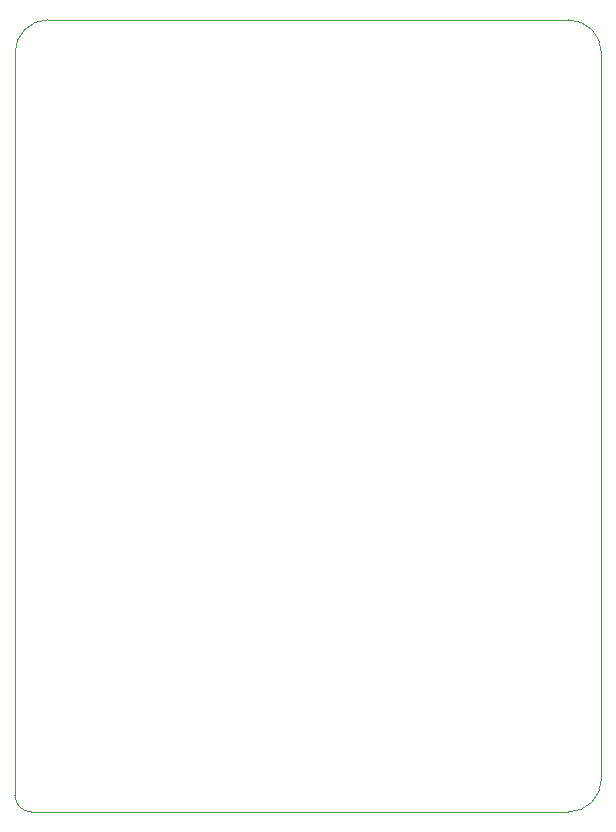
<source format=gbr>
%TF.GenerationSoftware,KiCad,Pcbnew,(5.1.6)-1*%
%TF.CreationDate,2022-07-24T18:58:52+10:00*%
%TF.ProjectId,v0.2a,76302e32-612e-46b6-9963-61645f706362,rev?*%
%TF.SameCoordinates,Original*%
%TF.FileFunction,Profile,NP*%
%FSLAX46Y46*%
G04 Gerber Fmt 4.6, Leading zero omitted, Abs format (unit mm)*
G04 Created by KiCad (PCBNEW (5.1.6)-1) date 2022-07-24 18:58:52*
%MOMM*%
%LPD*%
G01*
G04 APERTURE LIST*
%TA.AperFunction,Profile*%
%ADD10C,0.050000*%
%TD*%
G04 APERTURE END LIST*
D10*
X134874000Y-141478000D02*
X89408000Y-141478000D01*
X137668000Y-77216000D02*
X137668000Y-138684000D01*
X90805000Y-74422000D02*
X134874000Y-74422000D01*
X88011000Y-140081000D02*
X88011000Y-77216000D01*
X134874000Y-74422000D02*
G75*
G02*
X137668000Y-77216000I0J-2794000D01*
G01*
X137668000Y-138684000D02*
G75*
G02*
X134874000Y-141478000I-2794000J0D01*
G01*
X88011000Y-77216000D02*
G75*
G02*
X90805000Y-74422000I2794000J0D01*
G01*
X89408000Y-141478000D02*
G75*
G02*
X88011000Y-140081000I0J1397000D01*
G01*
M02*

</source>
